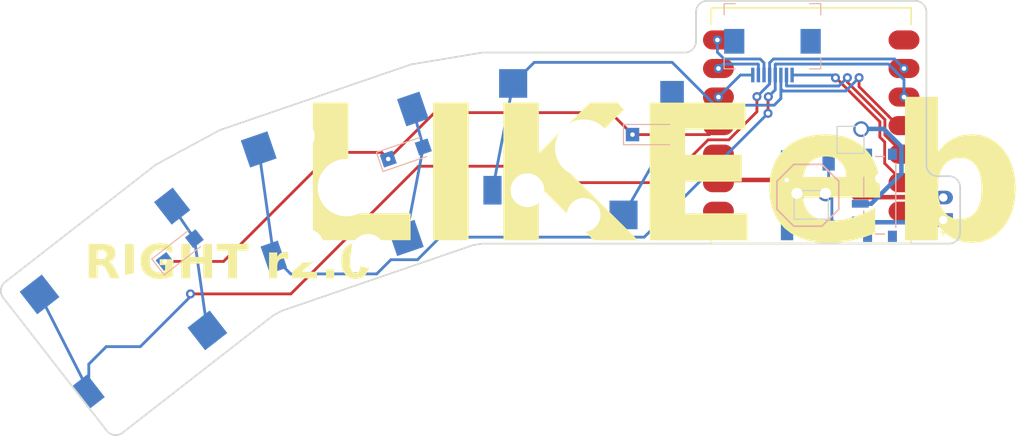
<source format=kicad_pcb>
(kicad_pcb (version 20221018) (generator pcbnew)
  (title_block (title "right_thumbs") (rev "rev1.4") (company "nikservik"))
  (layers (0 "F.Cu" signal) (31 "B.Cu" signal) (34 "B.Paste" user) (35 "F.Paste" user) (36 "B.SilkS" user "B.Silkscreen") (37 "F.SilkS" user "F.Silkscreen") (38 "B.Mask" user) (39 "F.Mask" user) (44 "Edge.Cuts" user))
  (net 0 "")
  (net 1 "C8")
  (net 2 "R4")
  (net 3 "S1_s2d")
  (net 4 "C7")
  (net 5 "S2_s2d")
  (net 6 "C6")
  (net 7 "S3_s2d")
  (net 8 "P0")
  (net 9 "C10")
  (net 10 "C9")
  (net 11 "P6")
  (net 12 "R1")
  (net 13 "R2")
  (net 14 "R3")
  (net 15 "RAW3V3")
  (net 16 "GND")
  (net 17 "RAW5V")
  (net 18 "BATP")
  (net 19 "RST")
  (net 20 "BAT_P")
  (footprint "E73:SW_TACT_ALPS_SKQGABE010" (layer "F.Cu") (at 155.241967 46.08441 90)
    (fp_text reference "B1" hide)
    (fp_text value "" hide)
    (fp_line (start -2.75 -1.25) (end -2.75 1.25) (stroke (width 0.15)) (layer "B.SilkS"))
    (fp_line (start -2.75 -1.25) (end -1.25 -2.75) (stroke (width 0.15)) (layer "B.SilkS"))
    (fp_line (start -2.75 1.25) (end -1.25 2.75) (stroke (width 0.15)) (layer "B.SilkS"))
    (fp_line (start -1.25 -2.75) (end 1.25 -2.75) (stroke (width 0.15)) (layer "B.SilkS"))
    (fp_line (start -1.25 2.75) (end 1.25 2.75) (stroke (width 0.15)) (layer "B.SilkS"))
    (fp_line (start 2.75 -1.25) (end 1.25 -2.75) (stroke (width 0.15)) (layer "B.SilkS"))
    (fp_line (start 2.75 -1.25) (end 2.75 1.25) (stroke (width 0.15)) (layer "B.SilkS"))
    (fp_line (start 2.75 1.25) (end 1.25 2.75) (stroke (width 0.15)) (layer "B.SilkS"))
    (pad "1" smd rect (at -3.1 -1.85 90) (size 1.8 1.1) (layers "B.Cu" "B.Paste" "B.Mask") (net 16 "GND"))
    (pad "1" smd rect (at 3.1 -1.85 90) (size 1.8 1.1) (layers "B.Cu" "B.Paste" "B.Mask") (net 16 "GND"))
    (pad "2" smd rect (at -3.1 1.85 90) (size 1.8 1.1) (layers "B.Cu" "B.Paste" "B.Mask") (net 19 "RST"))
    (pad "2" smd rect (at 3.1 1.85 90) (size 1.8 1.1) (layers "B.Cu" "B.Paste" "B.Mask") (net 19 "RST"))
  )
  (footprint "Seeeduino XIAO nRF52840" (layer "F.Cu") (at 155.541967 39.88441 180)
    (fp_text reference "_1" hide)
    (fp_text value "" hide)
    (fp_line (start -8.89 -10.48) (end -8.89 -9) (stroke (width 0.15)) (layer "F.SilkS"))
    (fp_line (start -8.89 10.48) (end -8.89 9) (stroke (width 0.15)) (layer "F.SilkS"))
    (fp_line (start -8.89 10.48) (end 8.89 10.48) (stroke (width 0.15)) (layer "F.SilkS"))
    (fp_line (start 8.89 -10.48) (end -8.89 -10.48) (stroke (width 0.15)) (layer "F.SilkS"))
    (fp_line (start 8.89 -10.48) (end 8.89 -9) (stroke (width 0.15)) (layer "F.SilkS"))
    (fp_line (start 8.89 10.48) (end 8.89 9) (stroke (width 0.15)) (layer "F.SilkS"))
    (fp_line (start -4.695 -2.472) (end -2.3 -2.472) (stroke (width 0.1)) (layer "Edge.Cuts"))
    (fp_line (start -4.695 -0.567) (end -4.695 -2.472) (stroke (width 0.1)) (layer "Edge.Cuts"))
    (fp_line (start -4.195 -0.567) (end -4.695 -0.567) (stroke (width 0.1)) (layer "Edge.Cuts"))
    (fp_line (start -4.195 -0.067) (end -4.195 -0.567) (stroke (width 0.1)) (layer "Edge.Cuts"))
    (fp_line (start -2.3 -2.472) (end -2.3 -0.067) (stroke (width 0.1)) (layer "Edge.Cuts"))
    (fp_line (start -2.3 -0.067) (end -4.195 -0.067) (stroke (width 0.1)) (layer "Edge.Cuts"))
    (fp_line (start -1.52 -8.322) (end 1.52 -8.322) (stroke (width 0.1)) (layer "Edge.Cuts"))
    (fp_line (start -1.52 -6.282) (end -1.52 -8.322) (stroke (width 0.1)) (layer "Edge.Cuts"))
    (fp_line (start -1.02 -6.282) (end -1.52 -6.282) (stroke (width 0.1)) (layer "Edge.Cuts"))
    (fp_line (start -1.02 -5.782) (end -1.02 -6.282) (stroke (width 0.1)) (layer "Edge.Cuts"))
    (fp_line (start 1.02 -6.282) (end 1.02 -5.782) (stroke (width 0.1)) (layer "Edge.Cuts"))
    (fp_line (start 1.02 -5.782) (end -1.02 -5.782) (stroke (width 0.1)) (layer "Edge.Cuts"))
    (fp_line (start 1.52 -8.322) (end 1.52 -6.282) (stroke (width 0.1)) (layer "Edge.Cuts"))
    (fp_line (start 1.52 -6.282) (end 1.02 -6.282) (stroke (width 0.1)) (layer "Edge.Cuts"))
    (pad "" thru_hole circle (at -4.445 -0.317) (size 1.4 1.4) (drill 1) (layers "*.Cu" "*.Mask") (net 18 "BATP"))
    (pad "" thru_hole circle (at -1.27 -6.033) (size 1.4 1.4) (drill 1) (layers "*.Cu" "*.Mask") (net 19 "RST"))
    (pad "" thru_hole circle (at 1.27 -6.033) (size 1.4 1.4) (drill 1) (layers "*.Cu" "*.Mask") (net 16 "GND"))
    (pad "1" smd oval (at -8.255 -7.62 180) (size 2.75 1.7) (layers "F.Cu" "F.Paste" "F.Mask") (net 8 "P0"))
    (pad "2" smd oval (at -8.255 -5.08 180) (size 2.75 1.7) (layers "F.Cu" "F.Paste" "F.Mask") (net 9 "C10"))
    (pad "3" smd oval (at -8.255 -2.54 180) (size 2.75 1.7) (layers "F.Cu" "F.Paste" "F.Mask") (net 10 "C9"))
    (pad "4" smd oval (at -8.255 0 180) (size 2.75 1.7) (layers "F.Cu" "F.Paste" "F.Mask") (net 1 "C8"))
    (pad "5" smd oval (at -8.255 2.54 180) (size 2.75 1.7) (layers "F.Cu" "F.Paste" "F.Mask") (net 4 "C7"))
    (pad "6" smd oval (at -8.255 5.08 180) (size 2.75 1.7) (layers "F.Cu" "F.Paste" "F.Mask") (net 6 "C6"))
    (pad "7" smd oval (at -8.255 7.62 180) (size 2.75 1.7) (layers "F.Cu" "F.Paste" "F.Mask") (net 11 "P6"))
    (pad "8" smd oval (at 8.255 7.62 180) (size 2.75 1.7) (layers "F.Cu" "F.Paste" "F.Mask") (net 12 "R1"))
    (pad "9" smd oval (at 8.255 5.08 180) (size 2.75 1.7) (layers "F.Cu" "F.Paste" "F.Mask") (net 13 "R2"))
    (pad "10" smd oval (at 8.255 2.54 180) (size 2.75 1.7) (layers "F.Cu" "F.Paste" "F.Mask") (net 14 "R3"))
    (pad "11" smd oval (at 8.255 0 180) (size 2.75 1.7) (layers "F.Cu" "F.Paste" "F.Mask") (net 2 "R4"))
    (pad "12" smd oval (at 8.255 -2.54 180) (size 2.75 1.7) (layers "F.Cu" "F.Paste" "F.Mask") (net 15 "RAW3V3"))
    (pad "13" smd oval (at 8.255 -5.08 180) (size 2.75 1.7) (layers "F.Cu" "F.Paste" "F.Mask") (net 16 "GND"))
    (pad "14" smd oval (at 8.255 -7.62 180) (size 2.75 1.7) (layers "F.Cu" "F.Paste" "F.Mask") (net 17 "RAW5V"))
  )
  (footprint "KS33PG1353" (layer "F.Cu") (at 135.291967 41.88441)
    (fp_text reference "S1" hide)
    (fp_text value "" hide)
    (pad "" np_thru_hole circle (at -5 3.75) (size 3 3) (drill 3) (layers "*.Cu" "*.Mask"))
    (pad "" np_thru_hole circle (at -2.6 -5.75) (size 3 3) (drill 3) (layers "*.Cu" "*.Mask"))
    (pad "" np_thru_hole circle (at 0 0) (size 5.1 5.1) (drill 5.1) (layers "*.Cu" "*.Mask"))
    (pad "" np_thru_hole circle (at 0 5.95) (size 3 3) (drill 3) (layers "*.Cu" "*.Mask"))
    (pad "" np_thru_hole circle (at 4.4 -4.7) (size 3 3) (drill 3) (layers "*.Cu" "*.Mask"))
    (pad "1" smd rect (at -6.27 -5.75) (size 2.5 2.55) (layers "B.Cu" "B.Paste" "B.Mask") (net 1 "C8"))
    (pad "1" smd rect (at 3.55 5.95) (size 2.5 2.55) (layers "B.Cu" "B.Paste" "B.Mask") (net 3 "S1_s2d"))
    (pad "2" smd rect (at -8.11 3.75) (size 1.62 2.55) (layers "B.Cu" "B.Paste" "B.Mask") (net 1 "C8"))
    (pad "2" smd rect (at 7.87 -4.7) (size 2.1 2.55) (layers "B.Cu" "B.Paste" "B.Mask") (net 3 "S1_s2d"))
  )
  (footprint "KS33PG1353" (layer "F.Cu") (at 95.359531 55.589614 37.904)
    (fp_text reference "S3" hide)
    (fp_text value "" hide)
    (pad "" np_thru_hole circle (at -5 3.75) (size 3 3) (drill 3) (layers "*.Cu" "*.Mask"))
    (pad "" np_thru_hole circle (at -2.6 -5.75) (size 3 3) (drill 3) (layers "*.Cu" "*.Mask"))
    (pad "" np_thru_hole circle (at 0 0) (size 5.1 5.1) (drill 5.1) (layers "*.Cu" "*.Mask"))
    (pad "" np_thru_hole circle (at 0 5.95) (size 3 3) (drill 3) (layers "*.Cu" "*.Mask"))
    (pad "" np_thru_hole circle (at 4.4 -4.7) (size 3 3) (drill 3) (layers "*.Cu" "*.Mask"))
    (pad "1" smd rect (at -6.27 -5.75 37.904) (size 2.5 2.55) (layers "B.Cu" "B.Paste" "B.Mask") (net 6 "C6"))
    (pad "1" smd rect (at 3.55 5.95 37.904) (size 2.5 2.55) (layers "B.Cu" "B.Paste" "B.Mask") (net 7 "S3_s2d"))
    (pad "2" smd rect (at -8.11 3.75 37.904) (size 1.62 2.55) (layers "B.Cu" "B.Paste" "B.Mask") (net 6 "C6"))
    (pad "2" smd rect (at 7.87 -4.7 37.904) (size 2.1 2.55) (layers "B.Cu" "B.Paste" "B.Mask") (net 7 "S3_s2d"))
  )
  (footprint "MountingHole_2.2mm_M2_Pad_Via" (layer "F.Cu") (at 103.967424 48.91199 18.952)
    (fp_text reference "_3" hide)
    (fp_text value "" (at 0 0 18.952) (layer "F.SilkS") (effects (font (size 1.27 1.27))))
    (pad "" np_thru_hole circle (at 0 0) (size 2.2 2.2) (drill 2.2) (layers "*.Cu" "*.Mask"))
  )
  (footprint "power_switch" (layer "F.Cu") (at 161.641967 46.08441)
    (fp_text reference "" (at 0 0) (layer "F.SilkS") (effects (font (size 1.27 1.27))))
    (fp_text value "" (at 0 0) (layer "F.SilkS") (effects (font (size 1.27 1.27))))
    (fp_line (start -1.425 -1.6) (end -1.425 0.1) (stroke (width 0.12)) (layer "B.SilkS"))
    (fp_line (start -1.425 1.4) (end -1.425 1.6) (stroke (width 0.12)) (layer "B.SilkS"))
    (fp_line (start -0.375 -3.45) (end 0.415 -3.45) (stroke (width 0.12)) (layer "B.SilkS"))
    (fp_line (start 0.415 3.45) (end -0.375 3.45) (stroke (width 0.12)) (layer "B.SilkS"))
    (fp_line (start 1.425 -2.85) (end 1.425 2.85) (stroke (width 0.12)) (layer "B.SilkS"))
    (pad "" smd rect (at -1.085 -3.65 270) (size 1 0.8) (layers "B.Cu" "B.Paste" "B.Mask"))
    (pad "" smd rect (at -1.085 3.65 270) (size 1 0.8) (layers "B.Cu" "B.Paste" "B.Mask"))
    (pad "" np_thru_hole circle (at 0.025 -1.5 90) (size 0.9 0.9) (drill 0.9) (layers "*.Cu" "*.Mask"))
    (pad "" np_thru_hole circle (at 0.025 1.5 90) (size 0.9 0.9) (drill 0.9) (layers "*.Cu" "*.Mask"))
    (pad "" smd rect (at 1.125 -3.65 270) (size 1 0.8) (layers "B.Cu" "B.Paste" "B.Mask"))
    (pad "" smd rect (at 1.125 3.65 270) (size 1 0.8) (layers "B.Cu" "B.Paste" "B.Mask"))
    (pad "4" smd rect (at -1.735 2.25 270) (size 0.7 1.5) (layers "B.Cu" "B.Paste" "B.Mask") (net 20 "BAT_P"))
    (pad "5" smd rect (at -1.735 0.75 270) (size 0.7 1.5) (layers "B.Cu" "B.Paste" "B.Mask") (net 18 "BATP"))
    (pad "6" smd rect (at -1.735 -2.25 270) (size 0.7 1.5) (layers "B.Cu" "B.Paste" "B.Mask"))
  )
  (footprint "BatteryPad" (layer "F.Cu") (at 167.291967 47.28441 90)
    (fp_text reference "BAT1" hide)
    (fp_text value "" hide)
    (fp_line (start -2.1 -0.25) (end -2.1 0.25) (stroke (width 0.15)) (layer "F.SilkS"))
    (fp_line (start -1.85 0) (end -2.35 0) (stroke (width 0.15)) (layer "F.SilkS"))
    (pad "1" thru_hole rect (at -1 0 90) (size 1.2 1.7) (drill 0.75) (layers "*.Cu" "*.Mask") (net 20 "BAT_P"))
    (pad "2" thru_hole oval (at 1 0 90) (size 1.2 1.7) (drill 0.75) (layers "*.Cu" "*.Mask") (net 16 "GND"))
  )
  (footprint "KS33PG1353" (layer "F.Cu") (at 114.181967 45.40441 18.952)
    (fp_text reference "S2" hide)
    (fp_text value "" hide)
    (pad "" np_thru_hole circle (at -5 3.75) (size 3 3) (drill 3) (layers "*.Cu" "*.Mask"))
    (pad "" np_thru_hole circle (at -2.6 -5.75) (size 3 3) (drill 3) (layers "*.Cu" "*.Mask"))
    (pad "" np_thru_hole circle (at 0 0) (size 5.1 5.1) (drill 5.1) (layers "*.Cu" "*.Mask"))
    (pad "" np_thru_hole circle (at 0 5.95) (size 3 3) (drill 3) (layers "*.Cu" "*.Mask"))
    (pad "" np_thru_hole circle (at 4.4 -4.7) (size 3 3) (drill 3) (layers "*.Cu" "*.Mask"))
    (pad "1" smd rect (at -6.27 -5.75 18.952) (size 2.5 2.55) (layers "B.Cu" "B.Paste" "B.Mask") (net 4 "C7"))
    (pad "1" smd rect (at 3.55 5.95 18.952) (size 2.5 2.55) (layers "B.Cu" "B.Paste" "B.Mask") (net 5 "S2_s2d"))
    (pad "2" smd rect (at -8.11 3.75 18.952) (size 1.62 2.55) (layers "B.Cu" "B.Paste" "B.Mask") (net 4 "C7"))
    (pad "2" smd rect (at 7.87 -4.7 18.952) (size 2.1 2.55) (layers "B.Cu" "B.Paste" "B.Mask") (net 5 "S2_s2d"))
  )
  (footprint "HKW FPC Socket" (layer "B.Cu") (at 152.091967 32.38441)
    (fp_text reference "_2" hide)
    (fp_text value "" hide)
    (fp_line (start -4.3 -3.35) (end -4.3 -2.35) (stroke (width 0.1)) (layer "B.SilkS"))
    (fp_line (start -4.3 -3.35) (end -3.3 -3.35) (stroke (width 0.1)) (layer "B.SilkS"))
    (fp_line (start -4.3 2.45) (end -4.3 1.45) (stroke (width 0.1)) (layer "B.SilkS"))
    (fp_line (start -4.3 2.45) (end -3.3 2.45) (stroke (width 0.1)) (layer "B.SilkS"))
    (fp_line (start 4.3 -3.35) (end 3.3 -3.35) (stroke (width 0.1)) (layer "B.SilkS"))
    (fp_line (start 4.3 -3.35) (end 4.3 -2.35) (stroke (width 0.1)) (layer "B.SilkS"))
    (fp_line (start 4.3 2.45) (end 3.3 2.45) (stroke (width 0.1)) (layer "B.SilkS"))
    (fp_line (start 4.3 2.45) (end 4.3 1.45) (stroke (width 0.1)) (layer "B.SilkS"))
    (pad "" smd rect (at -3.4 0) (size 1.8 2.2) (layers "B.Cu" "B.Paste" "B.Mask"))
    (pad "" smd rect (at 3.4 0) (size 1.8 2.2) (layers "B.Cu" "B.Paste" "B.Mask"))
    (pad "1" smd rect (at -1.75 3) (size 0.3 1.3) (layers "B.Cu" "B.Paste" "B.Mask") (net 14 "R3"))
    (pad "2" smd rect (at -1.25 3) (size 0.3 1.3) (layers "B.Cu" "B.Paste" "B.Mask") (net 13 "R2"))
    (pad "3" smd rect (at -0.75 3) (size 0.3 1.3) (layers "B.Cu" "B.Paste" "B.Mask") (net 12 "R1"))
    (pad "4" smd rect (at -0.25 3) (size 0.3 1.3) (layers "B.Cu" "B.Paste" "B.Mask") (net 6 "C6"))
    (pad "5" smd rect (at 0.25 3) (size 0.3 1.3) (layers "B.Cu" "B.Paste" "B.Mask") (net 4 "C7"))
    (pad "6" smd rect (at 0.75 3) (size 0.3 1.3) (layers "B.Cu" "B.Paste" "B.Mask") (net 1 "C8"))
    (pad "7" smd rect (at 1.25 3) (size 0.3 1.3) (layers "B.Cu" "B.Paste" "B.Mask") (net 10 "C9"))
    (pad "8" smd rect (at 1.75 3) (size 0.3 1.3) (layers "B.Cu" "B.Paste" "B.Mask") (net 9 "C10"))
  )
  (footprint "SmdDiode" (layer "B.Cu") (at 135.291967 41.88441)
    (fp_text reference "" (at 0 0) (layer "F.SilkS") (effects (font (size 1.27 1.27))))
    (fp_text value "" (at 0 0) (layer "F.SilkS") (effects (font (size 1.27 1.27))))
    (fp_line (start 3.55 -2.1) (end 7.65 -2.1) (stroke (width 0.1)) (layer "B.SilkS"))
    (fp_line (start 3.55 -0.3) (end 3.55 -2.1) (stroke (width 0.1)) (layer "B.SilkS"))
    (fp_line (start 7.65 -0.3) (end 3.55 -0.3) (stroke (width 0.1)) (layer "B.SilkS"))
    (pad "1" smd rect (at 7.65 -1.2) (size 1.2 1.2) (layers "B.Cu" "B.Paste" "B.Mask") (net 3 "S1_s2d"))
    (pad "2" smd rect (at 4.35 -1.2) (size 1.2 1.2) (layers "B.Cu" "B.Paste" "B.Mask") (net 2 "R4"))
  )
  (footprint "SmdDiode" (layer "B.Cu") (at 95.359531 55.589614 37.904)
    (fp_text reference "" (at 0 0 37.904) (layer "F.SilkS") (effects (font (size 1.27 1.27))))
    (fp_text value "" (at 0 0 37.904) (layer "F.SilkS") (effects (font (size 1.27 1.27))))
    (fp_line (start 3.55 -2.1) (end 7.65 -2.1) (stroke (width 0.1)) (layer "B.SilkS"))
    (fp_line (start 3.55 -0.3) (end 3.55 -2.1) (stroke (width 0.1)) (layer "B.SilkS"))
    (fp_line (start 7.65 -0.3) (end 3.55 -0.3) (stroke (width 0.1)) (layer "B.SilkS"))
    (pad "1" smd rect (at 7.65 -1.2 37.904) (size 1.2 1.2) (layers "B.Cu" "B.Paste" "B.Mask") (net 7 "S3_s2d"))
    (pad "2" smd rect (at 4.35 -1.2 37.904) (size 1.2 1.2) (layers "B.Cu" "B.Paste" "B.Mask") (net 2 "R4"))
  )
  (footprint "SmdDiode" (layer "B.Cu") (at 114.181967 45.40441 18.952)
    (fp_text reference "" (at 0 0 18.952) (layer "F.SilkS") (effects (font (size 1.27 1.27))))
    (fp_text value "" (at 0 0 18.952) (layer "F.SilkS") (effects (font (size 1.27 1.27))))
    (fp_line (start 3.55 -2.1) (end 7.65 -2.1) (stroke (width 0.1)) (layer "B.SilkS"))
    (fp_line (start 3.55 -0.3) (end 3.55 -2.1) (stroke (width 0.1)) (layer "B.SilkS"))
    (fp_line (start 7.65 -0.3) (end 3.55 -0.3) (stroke (width 0.1)) (layer "B.SilkS"))
    (pad "1" smd rect (at 7.65 -1.2 18.952) (size 1.2 1.2) (layers "B.Cu" "B.Paste" "B.Mask") (net 5 "S2_s2d"))
    (pad "2" smd rect (at 4.35 -1.2 18.952) (size 1.2 1.2) (layers "B.Cu" "B.Paste" "B.Mask") (net 2 "R4"))
  )
  (gr_line (start 145.291967 29.78441) (end 145.291967 32.38441) (stroke (width 0.15)) (layer "Edge.Cuts"))
  (gr_line (start 167.791967 44.38441) (end 166.791967 44.38441) (stroke (width 0.15)) (layer "Edge.Cuts"))
  (gr_arc (start 166.791967 44.38441) (mid 166.08486 44.091517) (end 165.791967 43.38441) (stroke (width 0.15)) (layer "Edge.Cuts"))
  (gr_arc (start 145.291967 32.38441) (mid 144.999074 33.091517) (end 144.291967 33.38441) (stroke (width 0.15)) (layer "Edge.Cuts"))
  (gr_line (start 97.173398 43.404786) (end 83.825309 53.797486) (stroke (width 0.15)) (layer "Edge.Cuts"))
  (gr_line (start 168.791967 49.38441) (end 168.791967 45.38441) (stroke (width 0.15)) (layer "Edge.Cuts"))
  (gr_line (start 126.291967 50.38441) (end 125.454681 50.52065) (stroke (width 0.15)) (layer "Edge.Cuts"))
  (gr_arc (start 168.791967 49.38441) (mid 168.499074 50.091517) (end 167.791967 50.38441) (stroke (width 0.15)) (layer "Edge.Cuts"))
  (gr_line (start 126.374579 33.38441) (end 144.291967 33.38441) (stroke (width 0.15)) (layer "Edge.Cuts"))
  (gr_arc (start 164.791967 28.78441) (mid 165.499074 29.077303) (end 165.791967 29.78441) (stroke (width 0.15)) (layer "Edge.Cuts"))
  (gr_arc (start 145.291967 29.78441) (mid 145.58486 29.077303) (end 146.291967 28.78441) (stroke (width 0.15)) (layer "Edge.Cuts"))
  (gr_arc (start 119.854845 34.46921) (mid 119.934337 34.44555) (end 120.015517 34.428558) (stroke (width 0.15)) (layer "Edge.Cuts"))
  (gr_arc (start 167.791967 44.38441) (mid 168.499074 44.677303) (end 168.791967 45.38441) (stroke (width 0.15)) (layer "Edge.Cuts"))
  (gr_arc (start 83.650607 55.200868) (mid 83.447308 54.462995) (end 83.825309 53.797486) (stroke (width 0.15)) (layer "Edge.Cuts"))
  (gr_arc (start 97.173398 43.404786) (mid 97.240897 43.356591) (end 97.312157 43.314155) (stroke (width 0.15)) (layer "Edge.Cuts"))
  (gr_line (start 164.791967 28.78441) (end 146.291967 28.78441) (stroke (width 0.15)) (layer "Edge.Cuts"))
  (gr_line (start 119.854845 34.46921) (end 102.987387 40.26134) (stroke (width 0.15)) (layer "Edge.Cuts"))
  (gr_line (start 108.430444 56.366617) (end 125.454681 50.52065) (stroke (width 0.15)) (layer "Edge.Cuts"))
  (gr_line (start 83.650608 55.200868) (end 92.865712 67.036486) (stroke (width 0.15)) (layer "Edge.Cuts"))
  (gr_line (start 108.430444 56.366617) (end 107.682794 56.767402) (stroke (width 0.15)) (layer "Edge.Cuts"))
  (gr_line (start 165.791967 43.38441) (end 165.791967 29.78441) (stroke (width 0.15)) (layer "Edge.Cuts"))
  (gr_line (start 94.269094 67.211187) (end 107.682794 56.767402) (stroke (width 0.15)) (layer "Edge.Cuts"))
  (gr_line (start 97.312157 43.314155) (end 102.836581 40.327459) (stroke (width 0.15)) (layer "Edge.Cuts"))
  (gr_arc (start 126.210475 33.397967) (mid 126.292247 33.387805) (end 126.374579 33.38441) (stroke (width 0.15)) (layer "Edge.Cuts"))
  (gr_arc (start 94.269094 67.211186) (mid 93.531221 67.414486) (end 92.865712 67.036486) (stroke (width 0.15)) (layer "Edge.Cuts"))
  (gr_line (start 120.015517 34.428558) (end 126.210475 33.397967) (stroke (width 0.15)) (layer "Edge.Cuts"))
  (gr_line (start 126.291967 50.38441) (end 167.791967 50.38441) (stroke (width 0.15)) (layer "Edge.Cuts"))
  (gr_arc (start 102.836582 40.327459) (mid 102.910621 40.29129) (end 102.987387 40.26134) (stroke (width 0.15)) (layer "Edge.Cuts"))
  (gr_text "RIGHT r2.0" (at 90.87 53.98) (layer "F.SilkS") (effects (font (size 3 3) (thickness 0.6) bold) (justify left bottom)))
  (gr_text "LIKEeb" (at 109.66 52.12) (layer "F.SilkS") (effects (font (size 12 12) (thickness 2.4) bold) (justify left bottom)))
  (segment (start 162.45 39.067208) (end 162.45 39.07) (width 0.25) (layer "F.Cu") (net 1))
  (segment (start 159.8 35.62) (end 159.8 36.417208) (width 0.25) (layer "F.Cu") (net 1))
  (segment (start 159.8 36.417208) (end 162.45 39.067208) (width 0.25) (layer "F.Cu") (net 1))
  (segment (start 163.26441 39.88441) (end 163.796967 39.88441) (width 0.25) (layer "F.Cu") (net 1))
  (segment (start 162.45 39.07) (end 163.26441 39.88441) (width 0.25) (layer "F.Cu") (net 1))
  (via (at 159.8 35.62) (size 0.8) (drill 0.4) (layers "F.Cu" "B.Cu") (net 1))
  (segment (start 130.896967 34.25941) (end 143.16941 34.25941) (width 0.25) (layer "B.Cu") (net 1))
  (segment (start 143.16941 34.25941) (end 146.97941 38.06941) (width 0.25) (layer "B.Cu") (net 1))
  (segment (start 152.841967 37.478033) (end 152.841967 36.621377) (width 0.25) (layer "B.Cu") (net 1))
  (segment (start 146.97941 38.06941) (end 152.25059 38.06941) (width 0.25) (layer "B.Cu") (net 1))
  (segment (start 152.25059 38.06941) (end 152.841967 37.478033) (width 0.25) (layer "B.Cu") (net 1))
  (segment (start 129.021967 36.13441) (end 127.181967 45.63441) (width 0.25) (layer "B.Cu") (net 1))
  (segment (start 129.021967 36.13441) (end 130.896967 34.25941) (width 0.25) (layer "B.Cu") (net 1))
  (segment (start 153.03 36.80941) (end 152.841967 36.621377) (width 0.25) (layer "B.Cu") (net 1))
  (segment (start 159.8 35.62) (end 158.61059 36.80941) (width 0.25) (layer "B.Cu") (net 1))
  (segment (start 158.61059 36.80941) (end 153.03 36.80941) (width 0.25) (layer "B.Cu") (net 1))
  (segment (start 152.841967 36.621377) (end 152.841967 35.38441) (width 0.25) (layer "B.Cu") (net 1))
  (segment (start 139.641967 40.68441) (end 146.486967 40.68441) (width 0.25) (layer "F.Cu") (net 2))
  (segment (start 137.687557 38.73) (end 139.641967 40.68441) (width 0.25) (layer "F.Cu") (net 2))
  (segment (start 117.906427 42.856686) (end 122.033113 38.73) (width 0.25) (layer "F.Cu") (net 2))
  (segment (start 112.95 42.27) (end 117.319741 42.27) (width 0.25) (layer "F.Cu") (net 2))
  (segment (start 98.04 51.97) (end 103.25 51.97) (width 0.25) (layer "F.Cu") (net 2))
  (segment (start 117.319741 42.27) (end 117.906427 42.856686) (width 0.25) (layer "F.Cu") (net 2))
  (segment (start 146.486967 40.68441) (end 147.286967 39.88441) (width 0.25) (layer "F.Cu") (net 2))
  (segment (start 103.25 51.97) (end 112.95 42.27) (width 0.25) (layer "F.Cu") (net 2))
  (segment (start 122.033113 38.73) (end 137.687557 38.73) (width 0.25) (layer "F.Cu") (net 2))
  (via (at 117.906427 42.856686) (size 0.8) (drill 0.4) (layers "F.Cu" "B.Cu") (net 2))
  (via (at 98.04 51.97) (size 0.8) (drill 0.4) (layers "F.Cu" "B.Cu") (net 2))
  (via (at 139.641967 40.68441) (size 0.8) (drill 0.4) (layers "F.Cu" "B.Cu") (net 2))
  (segment (start 98.040384 51.970384) (end 98.04 51.97) (width 0.25) (layer "B.Cu") (net 2))
  (segment (start 98.054652 51.970384) (end 98.040384 51.970384) (width 0.25) (layer "B.Cu") (net 2))
  (segment (start 143.161967 37.18441) (end 142.941967 40.68441) (width 0.25) (layer "B.Cu") (net 3))
  (segment (start 142.941967 40.68441) (end 138.841967 47.83441) (width 0.25) (layer "B.Cu") (net 3))
  (segment (start 151.7 37.344598) (end 151.728849 37.315749) (width 0.25) (layer "F.Cu") (net 4))
  (segment (start 151.7 38.79391) (end 151.7 37.344598) (width 0.25) (layer "F.Cu") (net 4))
  (via (at 163.796967 37.34441) (size 0.8) (drill 0.4) (layers "F.Cu" "B.Cu") (net 4))
  (via (at 151.728849 37.315749) (size 0.8) (drill 0.4) (layers "F.Cu" "B.Cu") (net 4))
  (via (at 151.7 38.79391) (size 0.8) (drill 0.4) (layers "F.Cu" "B.Cu") (net 4))
  (segment (start 106.384396 42.002457) (end 107.729512 51.585059) (width 0.25) (layer "B.Cu") (net 4))
  (segment (start 151.728849 37.315749) (end 152.341967 36.702631) (width 0.25) (layer "B.Cu") (net 4))
  (segment (start 162.40941 34.40941) (end 163.071967 35.071967) (width 0.25) (layer "B.Cu") (net 4))
  (segment (start 163.496662 35.52941) (end 163.52941 35.52941) (width 0.25) (layer "B.Cu") (net 4))
  (segment (start 120.514235 51.815765) (end 118.144235 51.815765) (width 0.25) (layer "B.Cu") (net 4))
  (segment (start 151.69609 38.79391) (end 140.68 49.81) (width 0.25) (layer "B.Cu") (net 4))
  (segment (start 152.341967 35.38441) (end 152.341967 34.43441) (width 0.25) (layer "B.Cu") (net 4))
  (segment (start 163.796967 35.796967) (end 163.796967 37.34441) (width 0.25) (layer "B.Cu") (net 4))
  (segment (start 109.224453 53.08) (end 107.729512 51.585059) (width 0.25) (layer "B.Cu") (net 4))
  (segment (start 152.366967 34.40941) (end 162.40941 34.40941) (width 0.25) (layer "B.Cu") (net 4))
  (segment (start 163.071967 35.071967) (end 163.071967 35.104715) (width 0.25) (layer "B.Cu") (net 4))
  (segment (start 152.341967 34.43441) (end 152.366967 34.40941) (width 0.25) (layer "B.Cu") (net 4))
  (segment (start 163.52941 35.52941) (end 163.796967 35.796967) (width 0.25) (layer "B.Cu") (net 4))
  (segment (start 116.88 53.08) (end 109.224453 53.08) (width 0.25) (layer "B.Cu") (net 4))
  (segment (start 151.7 38.79391) (end 151.69609 38.79391) (width 0.25) (layer "B.Cu") (net 4))
  (segment (start 152.341967 36.702631) (end 152.341967 35.38441) (width 0.25) (layer "B.Cu") (net 4))
  (segment (start 140.68 49.81) (end 122.52 49.81) (width 0.25) (layer "B.Cu") (net 4))
  (segment (start 122.52 49.81) (end 120.514235 51.815765) (width 0.25) (layer "B.Cu") (net 4))
  (segment (start 163.071967 35.104715) (end 163.496662 35.52941) (width 0.25) (layer "B.Cu") (net 4))
  (segment (start 118.144235 51.815765) (end 116.88 53.08) (width 0.25) (layer "B.Cu") (net 4))
  (segment (start 120.098895 38.403206) (end 121.027537 41.784925) (width 0.25) (layer "B.Cu") (net 5))
  (segment (start 121.027537 41.784925) (end 119.471942 49.878912) (width 0.25) (layer "B.Cu") (net 5))
  (segment (start 142.564676 44.96) (end 146.374676 41.15) (width 0.25) (layer "F.Cu") (net 6))
  (segment (start 133.66 44.96) (end 142.564676 44.96) (width 0.25) (layer "F.Cu") (net 6))
  (segment (start 148.21 41.15) (end 150.71 38.65) (width 0.25) (layer "F.Cu") (net 6))
  (segment (start 150.71 38.65) (end 150.71 37.31) (width 0.25) (layer "F.Cu") (net 6))
  (segment (start 146.374676 41.15) (end 148.21 41.15) (width 0.25) (layer "F.Cu") (net 6))
  (segment (start 100.31 54.86) (end 109.24 54.86) (width 0.25) (layer "F.Cu") (net 6))
  (segment (start 120.6 43.5) (end 132.2 43.5) (width 0.25) (layer "F.Cu") (net 6))
  (segment (start 132.2 43.5) (end 133.66 44.96) (width 0.25) (layer "F.Cu") (net 6))
  (segment (start 109.24 54.86) (end 120.6 43.5) (width 0.25) (layer "F.Cu") (net 6))
  (via (at 100.31 54.86) (size 0.8) (drill 0.4) (layers "F.Cu" "B.Cu") (net 6))
  (via (at 163.796967 34.80441) (size 0.8) (drill 0.4) (layers "F.Cu" "B.Cu") (net 6))
  (via (at 150.71 37.31) (size 0.8) (drill 0.4) (layers "F.Cu" "B.Cu") (net 6))
  (segment (start 91.264183 61.105817) (end 92.82 59.55) (width 0.25) (layer "B.Cu") (net 6))
  (segment (start 95.85 59.55) (end 100.31 55.09) (width 0.25) (layer "B.Cu") (net 6))
  (segment (start 92.82 59.55) (end 95.85 59.55) (width 0.25) (layer "B.Cu") (net 6))
  (segment (start 150.71 37.31) (end 151.841967 36.178033) (width 0.25) (layer "B.Cu") (net 6))
  (segment (start 86.879786 54.904541) (end 91.264183 63.530818) (width 0.25) (layer "B.Cu") (net 6))
  (segment (start 151.841967 34.298014) (end 152.180571 33.95941) (width 0.25) (layer "B.Cu") (net 6))
  (segment (start 151.841967 36.178033) (end 151.841967 35.38441) (width 0.25) (layer "B.Cu") (net 6))
  (segment (start 162.951967 33.95941) (end 163.796967 34.80441) (width 0.25) (layer "B.Cu") (net 6))
  (segment (start 91.264183 63.530818) (end 91.264183 61.105817) (width 0.25) (layer "B.Cu") (net 6))
  (segment (start 152.180571 33.95941) (end 162.951967 33.95941) (width 0.25) (layer "B.Cu") (net 6))
  (segment (start 100.31 55.09) (end 100.31 54.86) (width 0.25) (layer "B.Cu") (net 6))
  (segment (start 151.841967 35.38441) (end 151.841967 34.298014) (width 0.25) (layer "B.Cu") (net 6))
  (segment (start 100.658487 49.943062) (end 101.815952 58.103501) (width 0.25) (layer "B.Cu") (net 7))
  (segment (start 98.681885 47.046263) (end 100.658487 49.943062) (width 0.25) (layer "B.Cu") (net 7))
  (segment (start 162.08 43.247443) (end 162.08 41.343839) (width 0.25) (layer "F.Cu") (net 9))
  (segment (start 157.74491 35.63491) (end 157.7 35.63491) (width 0.25) (layer "F.Cu") (net 9))
  (segment (start 162.08 41.343839) (end 161.646967 40.910806) (width 0.25) (layer "F.Cu") (net 9))
  (segment (start 161.646967 40.910806) (end 161.646967 39.536967) (width 0.25) (layer "F.Cu") (net 9))
  (segment (start 163.796967 44.96441) (end 162.08 43.247443) (width 0.25) (layer "F.Cu") (net 9))
  (segment (start 161.646967 39.536967) (end 157.74491 35.63491) (width 0.25) (layer "F.Cu") (net 9))
  (via (at 157.7 35.63491) (size 0.8) (drill 0.4) (layers "F.Cu" "B.Cu") (net 9))
  (segment (start 157.4495 35.38441) (end 153.841967 35.38441) (width 0.25) (layer "B.Cu") (net 9))
  (segment (start 157.7 35.63491) (end 157.4495 35.38441) (width 0.25) (layer "B.Cu") (net 9))
  (segment (start 162.096967 40.72441) (end 163.796967 42.42441) (width 0.25) (layer "F.Cu") (net 10))
  (segment (start 158.76 36.013604) (end 162.096967 39.350571) (width 0.25) (layer "F.Cu") (net 10))
  (segment (start 158.76 35.62) (end 158.76 36.013604) (width 0.25) (layer "F.Cu") (net 10))
  (segment (start 162.096967 39.350571) (end 162.096967 40.72441) (width 0.25) (layer "F.Cu") (net 10))
  (via (at 158.76 35.62) (size 0.8) (drill 0.4) (layers "F.Cu" "B.Cu") (net 10))
  (segment (start 158.000805 36.35941) (end 153.366967 36.35941) (width 0.25) (layer "B.Cu") (net 10))
  (segment (start 153.366967 36.35941) (end 153.341967 36.33441) (width 0.25) (layer "B.Cu") (net 10))
  (segment (start 158.76 35.62) (end 158.740215 35.62) (width 0.25) (layer "B.Cu") (net 10))
  (segment (start 158.740215 35.62) (end 158.000805 36.35941) (width 0.25) (layer "B.Cu") (net 10))
  (segment (start 153.341967 36.33441) (end 153.341967 35.38441) (width 0.25) (layer "B.Cu") (net 10))
  (via (at 147.192465 32.26441) (size 0.8) (drill 0.4) (layers "F.Cu" "B.Cu") (net 12))
  (segment (start 147.192465 33.352465) (end 147.192465 32.26441) (width 0.25) (layer "B.Cu") (net 12))
  (segment (start 151.003363 33.95941) (end 147.79941 33.95941) (width 0.25) (layer "B.Cu") (net 12))
  (segment (start 151.341967 34.298014) (end 151.003363 33.95941) (width 0.25) (layer "B.Cu") (net 12))
  (segment (start 151.341967 35.38441) (end 151.341967 34.298014) (width 0.25) (layer "B.Cu") (net 12))
  (segment (start 147.79941 33.95941) (end 147.192465 33.352465) (width 0.25) (layer "B.Cu") (net 12))
  (via (at 147.286967 34.80441) (size 0.8) (drill 0.4) (layers "F.Cu" "B.Cu") (net 13))
  (segment (start 147.681967 34.40941) (end 147.286967 34.80441) (width 0.25) (layer "B.Cu") (net 13))
  (segment (start 150.816967 34.40941) (end 147.681967 34.40941) (width 0.25) (layer "B.Cu") (net 13))
  (segment (start 150.841967 34.43441) (end 150.816967 34.40941) (width 0.25) (layer "B.Cu") (net 13))
  (segment (start 150.841967 35.38441) (end 150.841967 34.43441) (width 0.25) (layer "B.Cu") (net 13))
  (via (at 147.286967 37.34441) (size 0.8) (drill 0.4) (layers "F.Cu" "B.Cu") (net 14))
  (segment (start 149.246967 35.38441) (end 147.286967 37.34441) (width 0.25) (layer "B.Cu") (net 14))
  (segment (start 150.341967 35.38441) (end 149.246967 35.38441) (width 0.25) (layer "B.Cu") (net 14))
  (segment (start 147.531377 44.72) (end 147.286967 44.96441) (width 0.4) (layer "F.Cu") (net 16))
  (segment (start 159.402876 46.25441) (end 157.868466 44.72) (width 0.4) (layer "F.Cu") (net 16))
  (segment (start 153.37 44.72) (end 147.531377 44.72) (width 0.4) (layer "F.Cu") (net 16))
  (segment (start 167.291967 46.28441) (end 167.261967 46.25441) (width 0.4) (layer "F.Cu") (net 16))
  (segment (start 167.261967 46.25441) (end 159.402876 46.25441) (width 0.4) (layer "F.Cu") (net 16))
  (segment (start 157.868466 44.72) (end 153.37 44.72) (width 0.4) (layer "F.Cu") (net 16))
  (via (at 153.37 44.72) (size 0.8) (drill 0.4) (layers "F.Cu" "B.Cu") (net 16))
  (segment (start 153.988124 45.91741) (end 154.271967 45.91741) (width 0.25) (layer "B.Cu") (net 16))
  (segment (start 153.391967 42.98441) (end 153.391967 45.03741) (width 0.25) (layer "B.Cu") (net 16))
  (segment (start 153.391967 49.18441) (end 153.391967 46.513567) (width 0.25) (layer "B.Cu") (net 16))
  (segment (start 153.391967 45.03741) (end 154.271967 45.91741) (width 0.25) (layer "B.Cu") (net 16))
  (segment (start 153.391967 46.513567) (end 153.988124 45.91741) (width 0.25) (layer "B.Cu") (net 16))
  (segment (start 159.906967 46.83441) (end 160.88559 46.83441) (width 0.4) (layer "B.Cu") (net 18))
  (segment (start 163.566967 41.756967) (end 161.98641 40.17641) (width 0.4) (layer "B.Cu") (net 18))
  (segment (start 161.98641 40.17641) (end 160.350876 40.17641) (width 0.4) (layer "B.Cu") (net 18))
  (segment (start 163.566967 44.153033) (end 163.566967 41.756967) (width 0.4) (layer "B.Cu") (net 18))
  (segment (start 160.88559 46.83441) (end 163.566967 44.153033) (width 0.4) (layer "B.Cu") (net 18))
  (segment (start 157.38 46.2016) (end 157.09581 45.91741) (width 0.25) (layer "B.Cu") (net 19))
  (segment (start 157.09581 45.91741) (end 156.811967 45.91741) (width 0.25) (layer "B.Cu") (net 19))
  (segment (start 157.38 48.896377) (end 157.38 46.2016) (width 0.25) (layer "B.Cu") (net 19))
  (segment (start 157.091967 49.18441) (end 157.38 48.896377) (width 0.25) (layer "B.Cu") (net 19))
  (segment (start 157.091967 42.98441) (end 157.091967 45.63741) (width 0.25) (layer "B.Cu") (net 19))
  (segment (start 157.091967 45.63741) (end 156.811967 45.91741) (width 0.25) (layer "B.Cu") (net 19))
  (segment (start 160.056967 48.48441) (end 167.091967 48.48441) (width 0.4) (layer "B.Cu") (net 20))
  (segment (start 159.906967 48.33441) (end 160.056967 48.48441) (width 0.4) (layer "B.Cu") (net 20))
  (segment (start 167.091967 48.48441) (end 167.291967 48.28441) (width 0.4) (layer "B.Cu") (net 20))
)
</source>
